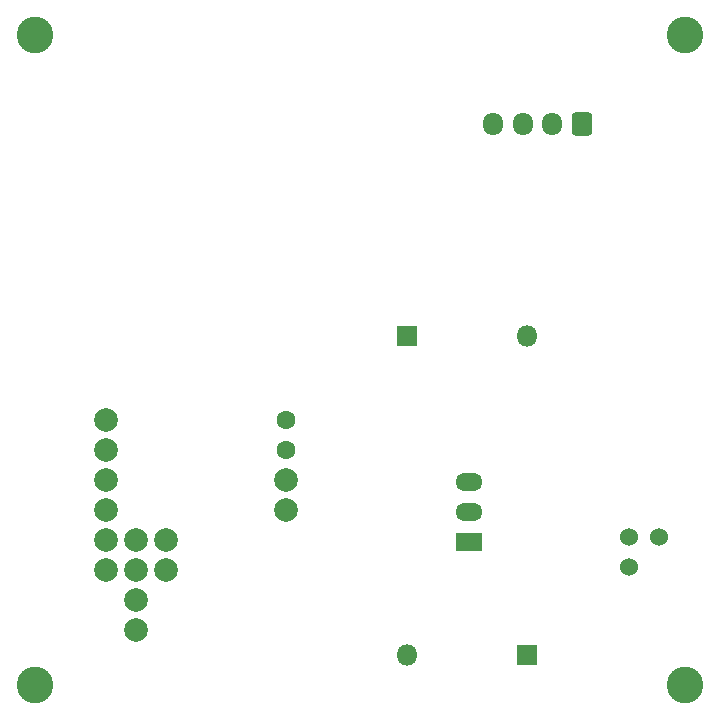
<source format=gbr>
G04 #@! TF.GenerationSoftware,KiCad,Pcbnew,7.0.7*
G04 #@! TF.CreationDate,2023-10-31T18:13:57+09:00*
G04 #@! TF.ProjectId,PCB_OnlyServo,5043425f-4f6e-46c7-9953-6572766f2e6b,rev?*
G04 #@! TF.SameCoordinates,Original*
G04 #@! TF.FileFunction,Soldermask,Bot*
G04 #@! TF.FilePolarity,Negative*
%FSLAX46Y46*%
G04 Gerber Fmt 4.6, Leading zero omitted, Abs format (unit mm)*
G04 Created by KiCad (PCBNEW 7.0.7) date 2023-10-31 18:13:57*
%MOMM*%
%LPD*%
G01*
G04 APERTURE LIST*
G04 Aperture macros list*
%AMRoundRect*
0 Rectangle with rounded corners*
0 $1 Rounding radius*
0 $2 $3 $4 $5 $6 $7 $8 $9 X,Y pos of 4 corners*
0 Add a 4 corners polygon primitive as box body*
4,1,4,$2,$3,$4,$5,$6,$7,$8,$9,$2,$3,0*
0 Add four circle primitives for the rounded corners*
1,1,$1+$1,$2,$3*
1,1,$1+$1,$4,$5*
1,1,$1+$1,$6,$7*
1,1,$1+$1,$8,$9*
0 Add four rect primitives between the rounded corners*
20,1,$1+$1,$2,$3,$4,$5,0*
20,1,$1+$1,$4,$5,$6,$7,0*
20,1,$1+$1,$6,$7,$8,$9,0*
20,1,$1+$1,$8,$9,$2,$3,0*%
G04 Aperture macros list end*
%ADD10R,2.300000X1.500000*%
%ADD11O,2.300000X1.500000*%
%ADD12C,1.524000*%
%ADD13C,2.000000*%
%ADD14C,1.600000*%
%ADD15RoundRect,0.250000X0.600000X0.725000X-0.600000X0.725000X-0.600000X-0.725000X0.600000X-0.725000X0*%
%ADD16O,1.700000X1.950000*%
%ADD17C,3.100000*%
%ADD18R,1.800000X1.800000*%
%ADD19O,1.800000X1.800000*%
G04 APERTURE END LIST*
D10*
X149207500Y-95447000D03*
D11*
X149207500Y-92907000D03*
X149207500Y-90367000D03*
D12*
X165270000Y-95000000D03*
X162730000Y-95000000D03*
X162730000Y-97540000D03*
D13*
X118500000Y-85070000D03*
X118500000Y-87610000D03*
X118500000Y-90150000D03*
X118500000Y-92690000D03*
X133740000Y-92690000D03*
X133740000Y-90150000D03*
D14*
X133740000Y-87610000D03*
X133740000Y-85070000D03*
D13*
X118500000Y-95230000D03*
X121040000Y-95230000D03*
X123580000Y-95230000D03*
X118500000Y-97770000D03*
X121040000Y-97770000D03*
X123580000Y-97770000D03*
X121040000Y-100310000D03*
X121040000Y-102850000D03*
D15*
X158750000Y-60000000D03*
D16*
X156250000Y-60000000D03*
X153750000Y-60000000D03*
X151250000Y-60000000D03*
D17*
X112500000Y-107500000D03*
X112500000Y-52500000D03*
D18*
X143920000Y-78000000D03*
D19*
X154080000Y-78000000D03*
D17*
X167500000Y-52500000D03*
X167500000Y-107500000D03*
D18*
X154080000Y-105000000D03*
D19*
X143920000Y-105000000D03*
M02*

</source>
